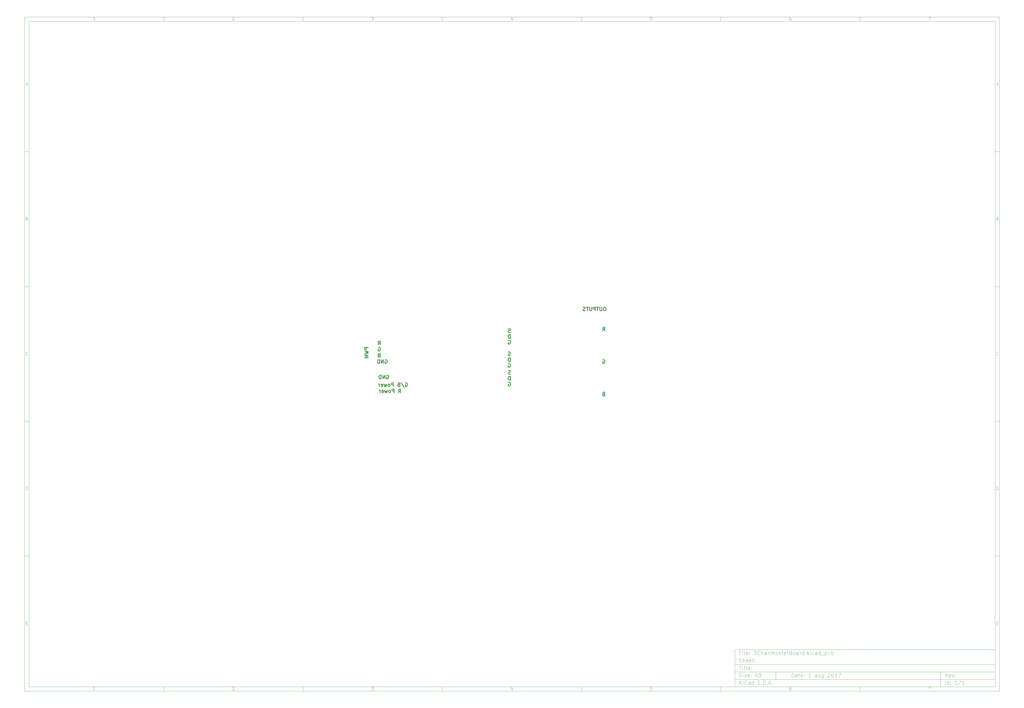
<source format=gbo>
G04 (created by PCBNEW (2013-jul-07)-stable) date Tue 01 Aug 2017 10:55:42 AM PDT*
%MOIN*%
G04 Gerber Fmt 3.4, Leading zero omitted, Abs format*
%FSLAX34Y34*%
G01*
G70*
G90*
G04 APERTURE LIST*
%ADD10C,0.00393701*%
%ADD11C,0.011811*%
G04 APERTURE END LIST*
G54D10*
X4000Y-4000D02*
X161350Y-4000D01*
X161350Y-112930D01*
X4000Y-112930D01*
X4000Y-4000D01*
X4700Y-4700D02*
X160650Y-4700D01*
X160650Y-112230D01*
X4700Y-112230D01*
X4700Y-4700D01*
X26470Y-4000D02*
X26470Y-4700D01*
X15382Y-4552D02*
X15097Y-4552D01*
X15240Y-4552D02*
X15240Y-4052D01*
X15192Y-4123D01*
X15144Y-4171D01*
X15097Y-4195D01*
X26470Y-112930D02*
X26470Y-112230D01*
X15382Y-112782D02*
X15097Y-112782D01*
X15240Y-112782D02*
X15240Y-112282D01*
X15192Y-112353D01*
X15144Y-112401D01*
X15097Y-112425D01*
X48940Y-4000D02*
X48940Y-4700D01*
X37567Y-4100D02*
X37590Y-4076D01*
X37638Y-4052D01*
X37757Y-4052D01*
X37805Y-4076D01*
X37829Y-4100D01*
X37852Y-4147D01*
X37852Y-4195D01*
X37829Y-4266D01*
X37543Y-4552D01*
X37852Y-4552D01*
X48940Y-112930D02*
X48940Y-112230D01*
X37567Y-112330D02*
X37590Y-112306D01*
X37638Y-112282D01*
X37757Y-112282D01*
X37805Y-112306D01*
X37829Y-112330D01*
X37852Y-112377D01*
X37852Y-112425D01*
X37829Y-112496D01*
X37543Y-112782D01*
X37852Y-112782D01*
X71410Y-4000D02*
X71410Y-4700D01*
X60013Y-4052D02*
X60322Y-4052D01*
X60156Y-4242D01*
X60227Y-4242D01*
X60275Y-4266D01*
X60299Y-4290D01*
X60322Y-4338D01*
X60322Y-4457D01*
X60299Y-4504D01*
X60275Y-4528D01*
X60227Y-4552D01*
X60084Y-4552D01*
X60037Y-4528D01*
X60013Y-4504D01*
X71410Y-112930D02*
X71410Y-112230D01*
X60013Y-112282D02*
X60322Y-112282D01*
X60156Y-112472D01*
X60227Y-112472D01*
X60275Y-112496D01*
X60299Y-112520D01*
X60322Y-112568D01*
X60322Y-112687D01*
X60299Y-112734D01*
X60275Y-112758D01*
X60227Y-112782D01*
X60084Y-112782D01*
X60037Y-112758D01*
X60013Y-112734D01*
X93880Y-4000D02*
X93880Y-4700D01*
X82745Y-4219D02*
X82745Y-4552D01*
X82626Y-4028D02*
X82507Y-4385D01*
X82816Y-4385D01*
X93880Y-112930D02*
X93880Y-112230D01*
X82745Y-112449D02*
X82745Y-112782D01*
X82626Y-112258D02*
X82507Y-112615D01*
X82816Y-112615D01*
X116350Y-4000D02*
X116350Y-4700D01*
X105239Y-4052D02*
X105000Y-4052D01*
X104977Y-4290D01*
X105000Y-4266D01*
X105048Y-4242D01*
X105167Y-4242D01*
X105215Y-4266D01*
X105239Y-4290D01*
X105262Y-4338D01*
X105262Y-4457D01*
X105239Y-4504D01*
X105215Y-4528D01*
X105167Y-4552D01*
X105048Y-4552D01*
X105000Y-4528D01*
X104977Y-4504D01*
X116350Y-112930D02*
X116350Y-112230D01*
X105239Y-112282D02*
X105000Y-112282D01*
X104977Y-112520D01*
X105000Y-112496D01*
X105048Y-112472D01*
X105167Y-112472D01*
X105215Y-112496D01*
X105239Y-112520D01*
X105262Y-112568D01*
X105262Y-112687D01*
X105239Y-112734D01*
X105215Y-112758D01*
X105167Y-112782D01*
X105048Y-112782D01*
X105000Y-112758D01*
X104977Y-112734D01*
X138820Y-4000D02*
X138820Y-4700D01*
X127685Y-4052D02*
X127590Y-4052D01*
X127542Y-4076D01*
X127518Y-4100D01*
X127470Y-4171D01*
X127447Y-4266D01*
X127447Y-4457D01*
X127470Y-4504D01*
X127494Y-4528D01*
X127542Y-4552D01*
X127637Y-4552D01*
X127685Y-4528D01*
X127709Y-4504D01*
X127732Y-4457D01*
X127732Y-4338D01*
X127709Y-4290D01*
X127685Y-4266D01*
X127637Y-4242D01*
X127542Y-4242D01*
X127494Y-4266D01*
X127470Y-4290D01*
X127447Y-4338D01*
X138820Y-112930D02*
X138820Y-112230D01*
X127685Y-112282D02*
X127590Y-112282D01*
X127542Y-112306D01*
X127518Y-112330D01*
X127470Y-112401D01*
X127447Y-112496D01*
X127447Y-112687D01*
X127470Y-112734D01*
X127494Y-112758D01*
X127542Y-112782D01*
X127637Y-112782D01*
X127685Y-112758D01*
X127709Y-112734D01*
X127732Y-112687D01*
X127732Y-112568D01*
X127709Y-112520D01*
X127685Y-112496D01*
X127637Y-112472D01*
X127542Y-112472D01*
X127494Y-112496D01*
X127470Y-112520D01*
X127447Y-112568D01*
X149893Y-4052D02*
X150226Y-4052D01*
X150012Y-4552D01*
X149893Y-112282D02*
X150226Y-112282D01*
X150012Y-112782D01*
X4000Y-25780D02*
X4700Y-25780D01*
X4230Y-14949D02*
X4469Y-14949D01*
X4183Y-15092D02*
X4350Y-14592D01*
X4516Y-15092D01*
X161350Y-25780D02*
X160650Y-25780D01*
X160880Y-14949D02*
X161119Y-14949D01*
X160833Y-15092D02*
X161000Y-14592D01*
X161166Y-15092D01*
X4000Y-47560D02*
X4700Y-47560D01*
X4385Y-36610D02*
X4457Y-36634D01*
X4480Y-36658D01*
X4504Y-36705D01*
X4504Y-36777D01*
X4480Y-36824D01*
X4457Y-36848D01*
X4409Y-36872D01*
X4219Y-36872D01*
X4219Y-36372D01*
X4385Y-36372D01*
X4433Y-36396D01*
X4457Y-36420D01*
X4480Y-36467D01*
X4480Y-36515D01*
X4457Y-36562D01*
X4433Y-36586D01*
X4385Y-36610D01*
X4219Y-36610D01*
X161350Y-47560D02*
X160650Y-47560D01*
X161035Y-36610D02*
X161107Y-36634D01*
X161130Y-36658D01*
X161154Y-36705D01*
X161154Y-36777D01*
X161130Y-36824D01*
X161107Y-36848D01*
X161059Y-36872D01*
X160869Y-36872D01*
X160869Y-36372D01*
X161035Y-36372D01*
X161083Y-36396D01*
X161107Y-36420D01*
X161130Y-36467D01*
X161130Y-36515D01*
X161107Y-36562D01*
X161083Y-36586D01*
X161035Y-36610D01*
X160869Y-36610D01*
X4000Y-69340D02*
X4700Y-69340D01*
X4504Y-58604D02*
X4480Y-58628D01*
X4409Y-58652D01*
X4361Y-58652D01*
X4290Y-58628D01*
X4242Y-58580D01*
X4219Y-58533D01*
X4195Y-58438D01*
X4195Y-58366D01*
X4219Y-58271D01*
X4242Y-58223D01*
X4290Y-58176D01*
X4361Y-58152D01*
X4409Y-58152D01*
X4480Y-58176D01*
X4504Y-58200D01*
X161350Y-69340D02*
X160650Y-69340D01*
X161154Y-58604D02*
X161130Y-58628D01*
X161059Y-58652D01*
X161011Y-58652D01*
X160940Y-58628D01*
X160892Y-58580D01*
X160869Y-58533D01*
X160845Y-58438D01*
X160845Y-58366D01*
X160869Y-58271D01*
X160892Y-58223D01*
X160940Y-58176D01*
X161011Y-58152D01*
X161059Y-58152D01*
X161130Y-58176D01*
X161154Y-58200D01*
X4000Y-91120D02*
X4700Y-91120D01*
X4219Y-80432D02*
X4219Y-79932D01*
X4338Y-79932D01*
X4409Y-79956D01*
X4457Y-80003D01*
X4480Y-80051D01*
X4504Y-80146D01*
X4504Y-80218D01*
X4480Y-80313D01*
X4457Y-80360D01*
X4409Y-80408D01*
X4338Y-80432D01*
X4219Y-80432D01*
X161350Y-91120D02*
X160650Y-91120D01*
X160869Y-80432D02*
X160869Y-79932D01*
X160988Y-79932D01*
X161059Y-79956D01*
X161107Y-80003D01*
X161130Y-80051D01*
X161154Y-80146D01*
X161154Y-80218D01*
X161130Y-80313D01*
X161107Y-80360D01*
X161059Y-80408D01*
X160988Y-80432D01*
X160869Y-80432D01*
X4242Y-101950D02*
X4409Y-101950D01*
X4480Y-102212D02*
X4242Y-102212D01*
X4242Y-101712D01*
X4480Y-101712D01*
X160892Y-101950D02*
X161059Y-101950D01*
X161130Y-102212D02*
X160892Y-102212D01*
X160892Y-101712D01*
X161130Y-101712D01*
X127800Y-110672D02*
X127875Y-110072D01*
X128017Y-110072D01*
X128100Y-110101D01*
X128150Y-110158D01*
X128171Y-110215D01*
X128185Y-110330D01*
X128175Y-110415D01*
X128132Y-110530D01*
X128096Y-110587D01*
X128032Y-110644D01*
X127942Y-110672D01*
X127800Y-110672D01*
X128657Y-110672D02*
X128696Y-110358D01*
X128675Y-110301D01*
X128621Y-110272D01*
X128507Y-110272D01*
X128446Y-110301D01*
X128660Y-110644D02*
X128600Y-110672D01*
X128457Y-110672D01*
X128403Y-110644D01*
X128382Y-110587D01*
X128389Y-110530D01*
X128425Y-110472D01*
X128485Y-110444D01*
X128628Y-110444D01*
X128689Y-110415D01*
X128907Y-110272D02*
X129135Y-110272D01*
X129017Y-110072D02*
X128953Y-110587D01*
X128975Y-110644D01*
X129028Y-110672D01*
X129085Y-110672D01*
X129517Y-110644D02*
X129457Y-110672D01*
X129342Y-110672D01*
X129289Y-110644D01*
X129267Y-110587D01*
X129296Y-110358D01*
X129332Y-110301D01*
X129392Y-110272D01*
X129507Y-110272D01*
X129560Y-110301D01*
X129582Y-110358D01*
X129575Y-110415D01*
X129282Y-110472D01*
X129807Y-110615D02*
X129832Y-110644D01*
X129800Y-110672D01*
X129775Y-110644D01*
X129807Y-110615D01*
X129800Y-110672D01*
X129846Y-110301D02*
X129871Y-110330D01*
X129839Y-110358D01*
X129814Y-110330D01*
X129846Y-110301D01*
X129839Y-110358D01*
X130857Y-110672D02*
X130514Y-110672D01*
X130685Y-110672D02*
X130760Y-110072D01*
X130692Y-110158D01*
X130628Y-110215D01*
X130567Y-110244D01*
X131828Y-110672D02*
X131867Y-110358D01*
X131846Y-110301D01*
X131792Y-110272D01*
X131678Y-110272D01*
X131617Y-110301D01*
X131832Y-110644D02*
X131771Y-110672D01*
X131628Y-110672D01*
X131575Y-110644D01*
X131553Y-110587D01*
X131560Y-110530D01*
X131596Y-110472D01*
X131657Y-110444D01*
X131800Y-110444D01*
X131860Y-110415D01*
X132421Y-110272D02*
X132371Y-110672D01*
X132164Y-110272D02*
X132125Y-110587D01*
X132146Y-110644D01*
X132200Y-110672D01*
X132285Y-110672D01*
X132346Y-110644D01*
X132378Y-110615D01*
X132964Y-110272D02*
X132903Y-110758D01*
X132867Y-110815D01*
X132835Y-110844D01*
X132775Y-110872D01*
X132689Y-110872D01*
X132635Y-110844D01*
X132917Y-110644D02*
X132857Y-110672D01*
X132742Y-110672D01*
X132689Y-110644D01*
X132664Y-110615D01*
X132642Y-110558D01*
X132664Y-110387D01*
X132700Y-110330D01*
X132732Y-110301D01*
X132792Y-110272D01*
X132907Y-110272D01*
X132960Y-110301D01*
X133696Y-110130D02*
X133728Y-110101D01*
X133789Y-110072D01*
X133932Y-110072D01*
X133985Y-110101D01*
X134010Y-110130D01*
X134032Y-110187D01*
X134025Y-110244D01*
X133985Y-110330D01*
X133600Y-110672D01*
X133971Y-110672D01*
X134417Y-110072D02*
X134475Y-110072D01*
X134528Y-110101D01*
X134553Y-110130D01*
X134575Y-110187D01*
X134589Y-110301D01*
X134571Y-110444D01*
X134528Y-110558D01*
X134492Y-110615D01*
X134460Y-110644D01*
X134400Y-110672D01*
X134342Y-110672D01*
X134289Y-110644D01*
X134264Y-110615D01*
X134242Y-110558D01*
X134228Y-110444D01*
X134246Y-110301D01*
X134289Y-110187D01*
X134325Y-110130D01*
X134357Y-110101D01*
X134417Y-110072D01*
X135114Y-110672D02*
X134771Y-110672D01*
X134942Y-110672D02*
X135017Y-110072D01*
X134950Y-110158D01*
X134885Y-110215D01*
X134825Y-110244D01*
X135389Y-110072D02*
X135789Y-110072D01*
X135457Y-110672D01*
X119392Y-111872D02*
X119392Y-111272D01*
X119735Y-111872D02*
X119478Y-111530D01*
X119735Y-111272D02*
X119392Y-111615D01*
X119992Y-111872D02*
X119992Y-111472D01*
X119992Y-111272D02*
X119964Y-111301D01*
X119992Y-111330D01*
X120021Y-111301D01*
X119992Y-111272D01*
X119992Y-111330D01*
X120621Y-111815D02*
X120592Y-111844D01*
X120507Y-111872D01*
X120450Y-111872D01*
X120364Y-111844D01*
X120307Y-111787D01*
X120278Y-111730D01*
X120250Y-111615D01*
X120250Y-111530D01*
X120278Y-111415D01*
X120307Y-111358D01*
X120364Y-111301D01*
X120450Y-111272D01*
X120507Y-111272D01*
X120592Y-111301D01*
X120621Y-111330D01*
X121135Y-111872D02*
X121135Y-111558D01*
X121107Y-111501D01*
X121050Y-111472D01*
X120935Y-111472D01*
X120878Y-111501D01*
X121135Y-111844D02*
X121078Y-111872D01*
X120935Y-111872D01*
X120878Y-111844D01*
X120850Y-111787D01*
X120850Y-111730D01*
X120878Y-111672D01*
X120935Y-111644D01*
X121078Y-111644D01*
X121135Y-111615D01*
X121678Y-111872D02*
X121678Y-111272D01*
X121678Y-111844D02*
X121621Y-111872D01*
X121507Y-111872D01*
X121450Y-111844D01*
X121421Y-111815D01*
X121392Y-111758D01*
X121392Y-111587D01*
X121421Y-111530D01*
X121450Y-111501D01*
X121507Y-111472D01*
X121621Y-111472D01*
X121678Y-111501D01*
X122421Y-111558D02*
X122621Y-111558D01*
X122707Y-111872D02*
X122421Y-111872D01*
X122421Y-111272D01*
X122707Y-111272D01*
X122964Y-111815D02*
X122992Y-111844D01*
X122964Y-111872D01*
X122935Y-111844D01*
X122964Y-111815D01*
X122964Y-111872D01*
X123249Y-111872D02*
X123249Y-111272D01*
X123392Y-111272D01*
X123478Y-111301D01*
X123535Y-111358D01*
X123564Y-111415D01*
X123592Y-111530D01*
X123592Y-111615D01*
X123564Y-111730D01*
X123535Y-111787D01*
X123478Y-111844D01*
X123392Y-111872D01*
X123249Y-111872D01*
X123849Y-111815D02*
X123878Y-111844D01*
X123849Y-111872D01*
X123821Y-111844D01*
X123849Y-111815D01*
X123849Y-111872D01*
X124107Y-111701D02*
X124392Y-111701D01*
X124049Y-111872D02*
X124249Y-111272D01*
X124449Y-111872D01*
X124649Y-111815D02*
X124678Y-111844D01*
X124649Y-111872D01*
X124621Y-111844D01*
X124649Y-111815D01*
X124649Y-111872D01*
X152942Y-110672D02*
X152778Y-110387D01*
X152600Y-110672D02*
X152675Y-110072D01*
X152903Y-110072D01*
X152957Y-110101D01*
X152982Y-110130D01*
X153003Y-110187D01*
X152992Y-110272D01*
X152957Y-110330D01*
X152925Y-110358D01*
X152864Y-110387D01*
X152635Y-110387D01*
X153432Y-110644D02*
X153371Y-110672D01*
X153257Y-110672D01*
X153203Y-110644D01*
X153182Y-110587D01*
X153210Y-110358D01*
X153246Y-110301D01*
X153307Y-110272D01*
X153421Y-110272D01*
X153475Y-110301D01*
X153496Y-110358D01*
X153489Y-110415D01*
X153196Y-110472D01*
X153707Y-110272D02*
X153800Y-110672D01*
X153992Y-110272D01*
X154178Y-110615D02*
X154203Y-110644D01*
X154171Y-110672D01*
X154146Y-110644D01*
X154178Y-110615D01*
X154171Y-110672D01*
X154217Y-110301D02*
X154242Y-110330D01*
X154210Y-110358D01*
X154185Y-110330D01*
X154217Y-110301D01*
X154210Y-110358D01*
X119364Y-110644D02*
X119450Y-110672D01*
X119592Y-110672D01*
X119650Y-110644D01*
X119678Y-110615D01*
X119707Y-110558D01*
X119707Y-110501D01*
X119678Y-110444D01*
X119650Y-110415D01*
X119592Y-110387D01*
X119478Y-110358D01*
X119421Y-110330D01*
X119392Y-110301D01*
X119364Y-110244D01*
X119364Y-110187D01*
X119392Y-110130D01*
X119421Y-110101D01*
X119478Y-110072D01*
X119621Y-110072D01*
X119707Y-110101D01*
X119964Y-110672D02*
X119964Y-110272D01*
X119964Y-110072D02*
X119935Y-110101D01*
X119964Y-110130D01*
X119992Y-110101D01*
X119964Y-110072D01*
X119964Y-110130D01*
X120192Y-110272D02*
X120507Y-110272D01*
X120192Y-110672D01*
X120507Y-110672D01*
X120964Y-110644D02*
X120907Y-110672D01*
X120792Y-110672D01*
X120735Y-110644D01*
X120707Y-110587D01*
X120707Y-110358D01*
X120735Y-110301D01*
X120792Y-110272D01*
X120907Y-110272D01*
X120964Y-110301D01*
X120992Y-110358D01*
X120992Y-110415D01*
X120707Y-110472D01*
X121250Y-110615D02*
X121278Y-110644D01*
X121250Y-110672D01*
X121221Y-110644D01*
X121250Y-110615D01*
X121250Y-110672D01*
X121250Y-110301D02*
X121278Y-110330D01*
X121250Y-110358D01*
X121221Y-110330D01*
X121250Y-110301D01*
X121250Y-110358D01*
X121964Y-110501D02*
X122250Y-110501D01*
X121907Y-110672D02*
X122107Y-110072D01*
X122307Y-110672D01*
X122450Y-110072D02*
X122821Y-110072D01*
X122621Y-110301D01*
X122707Y-110301D01*
X122764Y-110330D01*
X122792Y-110358D01*
X122821Y-110415D01*
X122821Y-110558D01*
X122792Y-110615D01*
X122764Y-110644D01*
X122707Y-110672D01*
X122535Y-110672D01*
X122478Y-110644D01*
X122450Y-110615D01*
X152592Y-111872D02*
X152592Y-111272D01*
X153135Y-111872D02*
X153135Y-111272D01*
X153135Y-111844D02*
X153078Y-111872D01*
X152964Y-111872D01*
X152907Y-111844D01*
X152878Y-111815D01*
X152850Y-111758D01*
X152850Y-111587D01*
X152878Y-111530D01*
X152907Y-111501D01*
X152964Y-111472D01*
X153078Y-111472D01*
X153135Y-111501D01*
X153421Y-111815D02*
X153450Y-111844D01*
X153421Y-111872D01*
X153392Y-111844D01*
X153421Y-111815D01*
X153421Y-111872D01*
X153421Y-111501D02*
X153450Y-111530D01*
X153421Y-111558D01*
X153392Y-111530D01*
X153421Y-111501D01*
X153421Y-111558D01*
X154478Y-111872D02*
X154135Y-111872D01*
X154307Y-111872D02*
X154307Y-111272D01*
X154249Y-111358D01*
X154192Y-111415D01*
X154135Y-111444D01*
X155164Y-111244D02*
X154650Y-112015D01*
X155678Y-111872D02*
X155335Y-111872D01*
X155507Y-111872D02*
X155507Y-111272D01*
X155449Y-111358D01*
X155392Y-111415D01*
X155335Y-111444D01*
X119389Y-108872D02*
X119732Y-108872D01*
X119485Y-109472D02*
X119560Y-108872D01*
X119857Y-109472D02*
X119907Y-109072D01*
X119932Y-108872D02*
X119900Y-108901D01*
X119925Y-108930D01*
X119957Y-108901D01*
X119932Y-108872D01*
X119925Y-108930D01*
X120107Y-109072D02*
X120335Y-109072D01*
X120217Y-108872D02*
X120153Y-109387D01*
X120175Y-109444D01*
X120228Y-109472D01*
X120285Y-109472D01*
X120571Y-109472D02*
X120517Y-109444D01*
X120496Y-109387D01*
X120560Y-108872D01*
X121032Y-109444D02*
X120971Y-109472D01*
X120857Y-109472D01*
X120803Y-109444D01*
X120782Y-109387D01*
X120810Y-109158D01*
X120846Y-109101D01*
X120907Y-109072D01*
X121021Y-109072D01*
X121075Y-109101D01*
X121096Y-109158D01*
X121089Y-109215D01*
X120796Y-109272D01*
X121321Y-109415D02*
X121346Y-109444D01*
X121314Y-109472D01*
X121289Y-109444D01*
X121321Y-109415D01*
X121314Y-109472D01*
X121360Y-109101D02*
X121385Y-109130D01*
X121353Y-109158D01*
X121328Y-109130D01*
X121360Y-109101D01*
X121353Y-109158D01*
X119592Y-106758D02*
X119392Y-106758D01*
X119392Y-107072D02*
X119392Y-106472D01*
X119678Y-106472D01*
X119907Y-107072D02*
X119907Y-106672D01*
X119907Y-106472D02*
X119878Y-106501D01*
X119907Y-106530D01*
X119935Y-106501D01*
X119907Y-106472D01*
X119907Y-106530D01*
X120278Y-107072D02*
X120221Y-107044D01*
X120192Y-106987D01*
X120192Y-106472D01*
X120735Y-107044D02*
X120678Y-107072D01*
X120564Y-107072D01*
X120507Y-107044D01*
X120478Y-106987D01*
X120478Y-106758D01*
X120507Y-106701D01*
X120564Y-106672D01*
X120678Y-106672D01*
X120735Y-106701D01*
X120764Y-106758D01*
X120764Y-106815D01*
X120478Y-106872D01*
X121021Y-107015D02*
X121050Y-107044D01*
X121021Y-107072D01*
X120992Y-107044D01*
X121021Y-107015D01*
X121021Y-107072D01*
X121021Y-106701D02*
X121050Y-106730D01*
X121021Y-106758D01*
X120992Y-106730D01*
X121021Y-106701D01*
X121021Y-106758D01*
X121707Y-106472D02*
X122078Y-106472D01*
X121878Y-106701D01*
X121964Y-106701D01*
X122021Y-106730D01*
X122050Y-106758D01*
X122078Y-106815D01*
X122078Y-106958D01*
X122050Y-107015D01*
X122021Y-107044D01*
X121964Y-107072D01*
X121792Y-107072D01*
X121735Y-107044D01*
X121707Y-107015D01*
X122678Y-107015D02*
X122650Y-107044D01*
X122564Y-107072D01*
X122507Y-107072D01*
X122421Y-107044D01*
X122364Y-106987D01*
X122335Y-106930D01*
X122307Y-106815D01*
X122307Y-106730D01*
X122335Y-106615D01*
X122364Y-106558D01*
X122421Y-106501D01*
X122507Y-106472D01*
X122564Y-106472D01*
X122650Y-106501D01*
X122678Y-106530D01*
X122935Y-107072D02*
X122935Y-106472D01*
X123192Y-107072D02*
X123192Y-106758D01*
X123164Y-106701D01*
X123107Y-106672D01*
X123021Y-106672D01*
X122964Y-106701D01*
X122935Y-106730D01*
X123735Y-107072D02*
X123735Y-106758D01*
X123707Y-106701D01*
X123650Y-106672D01*
X123535Y-106672D01*
X123478Y-106701D01*
X123735Y-107044D02*
X123678Y-107072D01*
X123535Y-107072D01*
X123478Y-107044D01*
X123450Y-106987D01*
X123450Y-106930D01*
X123478Y-106872D01*
X123535Y-106844D01*
X123678Y-106844D01*
X123735Y-106815D01*
X124021Y-106672D02*
X124021Y-107072D01*
X124021Y-106730D02*
X124050Y-106701D01*
X124107Y-106672D01*
X124192Y-106672D01*
X124250Y-106701D01*
X124278Y-106758D01*
X124278Y-107072D01*
X124564Y-107072D02*
X124564Y-106472D01*
X124764Y-106901D01*
X124964Y-106472D01*
X124964Y-107072D01*
X125335Y-107072D02*
X125278Y-107044D01*
X125250Y-107015D01*
X125221Y-106958D01*
X125221Y-106787D01*
X125250Y-106730D01*
X125278Y-106701D01*
X125335Y-106672D01*
X125421Y-106672D01*
X125478Y-106701D01*
X125507Y-106730D01*
X125535Y-106787D01*
X125535Y-106958D01*
X125507Y-107015D01*
X125478Y-107044D01*
X125421Y-107072D01*
X125335Y-107072D01*
X125764Y-107044D02*
X125821Y-107072D01*
X125935Y-107072D01*
X125992Y-107044D01*
X126021Y-106987D01*
X126021Y-106958D01*
X125992Y-106901D01*
X125935Y-106872D01*
X125850Y-106872D01*
X125792Y-106844D01*
X125764Y-106787D01*
X125764Y-106758D01*
X125792Y-106701D01*
X125850Y-106672D01*
X125935Y-106672D01*
X125992Y-106701D01*
X126192Y-106672D02*
X126421Y-106672D01*
X126278Y-107072D02*
X126278Y-106558D01*
X126307Y-106501D01*
X126364Y-106472D01*
X126421Y-106472D01*
X126850Y-107044D02*
X126792Y-107072D01*
X126678Y-107072D01*
X126621Y-107044D01*
X126592Y-106987D01*
X126592Y-106758D01*
X126621Y-106701D01*
X126678Y-106672D01*
X126792Y-106672D01*
X126850Y-106701D01*
X126878Y-106758D01*
X126878Y-106815D01*
X126592Y-106872D01*
X127050Y-106672D02*
X127278Y-106672D01*
X127135Y-106472D02*
X127135Y-106987D01*
X127164Y-107044D01*
X127221Y-107072D01*
X127278Y-107072D01*
X127678Y-106758D02*
X127764Y-106787D01*
X127792Y-106815D01*
X127821Y-106872D01*
X127821Y-106958D01*
X127792Y-107015D01*
X127764Y-107044D01*
X127707Y-107072D01*
X127478Y-107072D01*
X127478Y-106472D01*
X127678Y-106472D01*
X127735Y-106501D01*
X127764Y-106530D01*
X127792Y-106587D01*
X127792Y-106644D01*
X127764Y-106701D01*
X127735Y-106730D01*
X127678Y-106758D01*
X127478Y-106758D01*
X128164Y-107072D02*
X128107Y-107044D01*
X128078Y-107015D01*
X128050Y-106958D01*
X128050Y-106787D01*
X128078Y-106730D01*
X128107Y-106701D01*
X128164Y-106672D01*
X128250Y-106672D01*
X128307Y-106701D01*
X128335Y-106730D01*
X128364Y-106787D01*
X128364Y-106958D01*
X128335Y-107015D01*
X128307Y-107044D01*
X128250Y-107072D01*
X128164Y-107072D01*
X128878Y-107072D02*
X128878Y-106758D01*
X128850Y-106701D01*
X128792Y-106672D01*
X128678Y-106672D01*
X128621Y-106701D01*
X128878Y-107044D02*
X128821Y-107072D01*
X128678Y-107072D01*
X128621Y-107044D01*
X128592Y-106987D01*
X128592Y-106930D01*
X128621Y-106872D01*
X128678Y-106844D01*
X128821Y-106844D01*
X128878Y-106815D01*
X129164Y-107072D02*
X129164Y-106672D01*
X129164Y-106787D02*
X129192Y-106730D01*
X129221Y-106701D01*
X129278Y-106672D01*
X129335Y-106672D01*
X129792Y-107072D02*
X129792Y-106472D01*
X129792Y-107044D02*
X129735Y-107072D01*
X129621Y-107072D01*
X129564Y-107044D01*
X129535Y-107015D01*
X129507Y-106958D01*
X129507Y-106787D01*
X129535Y-106730D01*
X129564Y-106701D01*
X129621Y-106672D01*
X129735Y-106672D01*
X129792Y-106701D01*
X130078Y-107015D02*
X130107Y-107044D01*
X130078Y-107072D01*
X130050Y-107044D01*
X130078Y-107015D01*
X130078Y-107072D01*
X130364Y-107072D02*
X130364Y-106472D01*
X130421Y-106844D02*
X130592Y-107072D01*
X130592Y-106672D02*
X130364Y-106901D01*
X130849Y-107072D02*
X130849Y-106672D01*
X130849Y-106472D02*
X130821Y-106501D01*
X130849Y-106530D01*
X130878Y-106501D01*
X130849Y-106472D01*
X130849Y-106530D01*
X131392Y-107044D02*
X131335Y-107072D01*
X131221Y-107072D01*
X131164Y-107044D01*
X131135Y-107015D01*
X131107Y-106958D01*
X131107Y-106787D01*
X131135Y-106730D01*
X131164Y-106701D01*
X131221Y-106672D01*
X131335Y-106672D01*
X131392Y-106701D01*
X131907Y-107072D02*
X131907Y-106758D01*
X131878Y-106701D01*
X131821Y-106672D01*
X131707Y-106672D01*
X131649Y-106701D01*
X131907Y-107044D02*
X131849Y-107072D01*
X131707Y-107072D01*
X131649Y-107044D01*
X131621Y-106987D01*
X131621Y-106930D01*
X131649Y-106872D01*
X131707Y-106844D01*
X131849Y-106844D01*
X131907Y-106815D01*
X132449Y-107072D02*
X132449Y-106472D01*
X132449Y-107044D02*
X132392Y-107072D01*
X132278Y-107072D01*
X132221Y-107044D01*
X132192Y-107015D01*
X132164Y-106958D01*
X132164Y-106787D01*
X132192Y-106730D01*
X132221Y-106701D01*
X132278Y-106672D01*
X132392Y-106672D01*
X132449Y-106701D01*
X132592Y-107130D02*
X133049Y-107130D01*
X133192Y-106672D02*
X133192Y-107272D01*
X133192Y-106701D02*
X133249Y-106672D01*
X133364Y-106672D01*
X133421Y-106701D01*
X133449Y-106730D01*
X133478Y-106787D01*
X133478Y-106958D01*
X133449Y-107015D01*
X133421Y-107044D01*
X133364Y-107072D01*
X133249Y-107072D01*
X133192Y-107044D01*
X133992Y-107044D02*
X133935Y-107072D01*
X133821Y-107072D01*
X133764Y-107044D01*
X133735Y-107015D01*
X133707Y-106958D01*
X133707Y-106787D01*
X133735Y-106730D01*
X133764Y-106701D01*
X133821Y-106672D01*
X133935Y-106672D01*
X133992Y-106701D01*
X134249Y-107072D02*
X134249Y-106472D01*
X134249Y-106701D02*
X134307Y-106672D01*
X134421Y-106672D01*
X134478Y-106701D01*
X134507Y-106730D01*
X134535Y-106787D01*
X134535Y-106958D01*
X134507Y-107015D01*
X134478Y-107044D01*
X134421Y-107072D01*
X134307Y-107072D01*
X134249Y-107044D01*
X119364Y-108244D02*
X119450Y-108272D01*
X119592Y-108272D01*
X119650Y-108244D01*
X119678Y-108215D01*
X119707Y-108158D01*
X119707Y-108101D01*
X119678Y-108044D01*
X119650Y-108015D01*
X119592Y-107987D01*
X119478Y-107958D01*
X119421Y-107930D01*
X119392Y-107901D01*
X119364Y-107844D01*
X119364Y-107787D01*
X119392Y-107730D01*
X119421Y-107701D01*
X119478Y-107672D01*
X119621Y-107672D01*
X119707Y-107701D01*
X119964Y-108272D02*
X119964Y-107672D01*
X120221Y-108272D02*
X120221Y-107958D01*
X120192Y-107901D01*
X120135Y-107872D01*
X120050Y-107872D01*
X119992Y-107901D01*
X119964Y-107930D01*
X120735Y-108244D02*
X120678Y-108272D01*
X120564Y-108272D01*
X120507Y-108244D01*
X120478Y-108187D01*
X120478Y-107958D01*
X120507Y-107901D01*
X120564Y-107872D01*
X120678Y-107872D01*
X120735Y-107901D01*
X120764Y-107958D01*
X120764Y-108015D01*
X120478Y-108072D01*
X121250Y-108244D02*
X121192Y-108272D01*
X121078Y-108272D01*
X121021Y-108244D01*
X120992Y-108187D01*
X120992Y-107958D01*
X121021Y-107901D01*
X121078Y-107872D01*
X121192Y-107872D01*
X121250Y-107901D01*
X121278Y-107958D01*
X121278Y-108015D01*
X120992Y-108072D01*
X121450Y-107872D02*
X121678Y-107872D01*
X121535Y-107672D02*
X121535Y-108187D01*
X121564Y-108244D01*
X121621Y-108272D01*
X121678Y-108272D01*
X121878Y-108215D02*
X121907Y-108244D01*
X121878Y-108272D01*
X121850Y-108244D01*
X121878Y-108215D01*
X121878Y-108272D01*
X121878Y-107901D02*
X121907Y-107930D01*
X121878Y-107958D01*
X121850Y-107930D01*
X121878Y-107901D01*
X121878Y-107958D01*
X118650Y-106230D02*
X118650Y-112230D01*
X118650Y-106230D02*
X160650Y-106230D01*
X118650Y-106230D02*
X160650Y-106230D01*
X118650Y-108630D02*
X160650Y-108630D01*
X151850Y-109830D02*
X151850Y-112230D01*
X118650Y-111030D02*
X160650Y-111030D01*
X118650Y-109830D02*
X160650Y-109830D01*
X125250Y-109830D02*
X125250Y-111030D01*
G54D11*
X82418Y-54960D02*
X82334Y-54989D01*
X82193Y-54989D01*
X82137Y-54960D01*
X82109Y-54932D01*
X82081Y-54876D01*
X82081Y-54820D01*
X82109Y-54764D01*
X82137Y-54735D01*
X82193Y-54707D01*
X82306Y-54679D01*
X82362Y-54651D01*
X82390Y-54623D01*
X82418Y-54567D01*
X82418Y-54510D01*
X82390Y-54454D01*
X82362Y-54426D01*
X82306Y-54398D01*
X82165Y-54398D01*
X82081Y-54426D01*
X82404Y-55933D02*
X82404Y-55343D01*
X82264Y-55343D01*
X82179Y-55371D01*
X82123Y-55427D01*
X82095Y-55483D01*
X82067Y-55596D01*
X82067Y-55680D01*
X82095Y-55793D01*
X82123Y-55849D01*
X82179Y-55905D01*
X82264Y-55933D01*
X82404Y-55933D01*
X82095Y-56316D02*
X82151Y-56288D01*
X82235Y-56288D01*
X82320Y-56316D01*
X82376Y-56372D01*
X82404Y-56428D01*
X82432Y-56541D01*
X82432Y-56625D01*
X82404Y-56738D01*
X82376Y-56794D01*
X82320Y-56850D01*
X82235Y-56878D01*
X82179Y-56878D01*
X82095Y-56850D01*
X82067Y-56822D01*
X82067Y-56625D01*
X82179Y-56625D01*
X82418Y-58710D02*
X82334Y-58739D01*
X82193Y-58739D01*
X82137Y-58710D01*
X82109Y-58682D01*
X82081Y-58626D01*
X82081Y-58570D01*
X82109Y-58514D01*
X82137Y-58485D01*
X82193Y-58457D01*
X82306Y-58429D01*
X82362Y-58401D01*
X82390Y-58373D01*
X82418Y-58317D01*
X82418Y-58260D01*
X82390Y-58204D01*
X82362Y-58176D01*
X82306Y-58148D01*
X82165Y-58148D01*
X82081Y-58176D01*
X82404Y-59683D02*
X82404Y-59093D01*
X82264Y-59093D01*
X82179Y-59121D01*
X82123Y-59177D01*
X82095Y-59233D01*
X82067Y-59346D01*
X82067Y-59430D01*
X82095Y-59543D01*
X82123Y-59599D01*
X82179Y-59655D01*
X82264Y-59683D01*
X82404Y-59683D01*
X82095Y-60066D02*
X82151Y-60038D01*
X82235Y-60038D01*
X82320Y-60066D01*
X82376Y-60122D01*
X82404Y-60178D01*
X82432Y-60291D01*
X82432Y-60375D01*
X82404Y-60488D01*
X82376Y-60544D01*
X82320Y-60600D01*
X82235Y-60628D01*
X82179Y-60628D01*
X82095Y-60600D01*
X82067Y-60572D01*
X82067Y-60375D01*
X82179Y-60375D01*
X82418Y-61710D02*
X82334Y-61739D01*
X82193Y-61739D01*
X82137Y-61710D01*
X82109Y-61682D01*
X82081Y-61626D01*
X82081Y-61570D01*
X82109Y-61514D01*
X82137Y-61485D01*
X82193Y-61457D01*
X82306Y-61429D01*
X82362Y-61401D01*
X82390Y-61373D01*
X82418Y-61317D01*
X82418Y-61260D01*
X82390Y-61204D01*
X82362Y-61176D01*
X82306Y-61148D01*
X82165Y-61148D01*
X82081Y-61176D01*
X82404Y-62683D02*
X82404Y-62093D01*
X82264Y-62093D01*
X82179Y-62121D01*
X82123Y-62177D01*
X82095Y-62233D01*
X82067Y-62346D01*
X82067Y-62430D01*
X82095Y-62543D01*
X82123Y-62599D01*
X82179Y-62655D01*
X82264Y-62683D01*
X82404Y-62683D01*
X82095Y-63066D02*
X82151Y-63038D01*
X82235Y-63038D01*
X82320Y-63066D01*
X82376Y-63122D01*
X82404Y-63178D01*
X82432Y-63291D01*
X82432Y-63375D01*
X82404Y-63488D01*
X82376Y-63544D01*
X82320Y-63600D01*
X82235Y-63628D01*
X82179Y-63628D01*
X82095Y-63600D01*
X82067Y-63572D01*
X82067Y-63375D01*
X82179Y-63375D01*
X97457Y-64929D02*
X97373Y-64957D01*
X97345Y-64985D01*
X97317Y-65042D01*
X97317Y-65126D01*
X97345Y-65182D01*
X97373Y-65210D01*
X97429Y-65239D01*
X97654Y-65239D01*
X97654Y-64648D01*
X97457Y-64648D01*
X97401Y-64676D01*
X97373Y-64704D01*
X97345Y-64760D01*
X97345Y-64817D01*
X97373Y-64873D01*
X97401Y-64901D01*
X97457Y-64929D01*
X97654Y-64929D01*
X97345Y-59426D02*
X97401Y-59398D01*
X97485Y-59398D01*
X97570Y-59426D01*
X97626Y-59482D01*
X97654Y-59539D01*
X97682Y-59651D01*
X97682Y-59735D01*
X97654Y-59848D01*
X97626Y-59904D01*
X97570Y-59960D01*
X97485Y-59989D01*
X97429Y-59989D01*
X97345Y-59960D01*
X97317Y-59932D01*
X97317Y-59735D01*
X97429Y-59735D01*
X97317Y-54739D02*
X97514Y-54457D01*
X97654Y-54739D02*
X97654Y-54148D01*
X97429Y-54148D01*
X97373Y-54176D01*
X97345Y-54204D01*
X97317Y-54260D01*
X97317Y-54345D01*
X97345Y-54401D01*
X97373Y-54429D01*
X97429Y-54457D01*
X97654Y-54457D01*
X97701Y-50898D02*
X97588Y-50898D01*
X97532Y-50926D01*
X97476Y-50982D01*
X97448Y-51095D01*
X97448Y-51292D01*
X97476Y-51404D01*
X97532Y-51460D01*
X97588Y-51489D01*
X97701Y-51489D01*
X97757Y-51460D01*
X97813Y-51404D01*
X97841Y-51292D01*
X97841Y-51095D01*
X97813Y-50982D01*
X97757Y-50926D01*
X97701Y-50898D01*
X97195Y-50898D02*
X97195Y-51376D01*
X97167Y-51432D01*
X97138Y-51460D01*
X97082Y-51489D01*
X96970Y-51489D01*
X96913Y-51460D01*
X96885Y-51432D01*
X96857Y-51376D01*
X96857Y-50898D01*
X96660Y-50898D02*
X96323Y-50898D01*
X96492Y-51489D02*
X96492Y-50898D01*
X96126Y-51489D02*
X96126Y-50898D01*
X95901Y-50898D01*
X95845Y-50926D01*
X95817Y-50954D01*
X95789Y-51010D01*
X95789Y-51095D01*
X95817Y-51151D01*
X95845Y-51179D01*
X95901Y-51207D01*
X96126Y-51207D01*
X95535Y-50898D02*
X95535Y-51376D01*
X95507Y-51432D01*
X95479Y-51460D01*
X95423Y-51489D01*
X95311Y-51489D01*
X95254Y-51460D01*
X95226Y-51432D01*
X95198Y-51376D01*
X95198Y-50898D01*
X95001Y-50898D02*
X94664Y-50898D01*
X94832Y-51489D02*
X94832Y-50898D01*
X94495Y-51460D02*
X94411Y-51489D01*
X94270Y-51489D01*
X94214Y-51460D01*
X94186Y-51432D01*
X94158Y-51376D01*
X94158Y-51320D01*
X94186Y-51264D01*
X94214Y-51235D01*
X94270Y-51207D01*
X94383Y-51179D01*
X94439Y-51151D01*
X94467Y-51123D01*
X94495Y-51067D01*
X94495Y-51010D01*
X94467Y-50954D01*
X94439Y-50926D01*
X94383Y-50898D01*
X94242Y-50898D01*
X94158Y-50926D01*
X62199Y-59426D02*
X62256Y-59398D01*
X62340Y-59398D01*
X62424Y-59426D01*
X62481Y-59482D01*
X62509Y-59539D01*
X62537Y-59651D01*
X62537Y-59735D01*
X62509Y-59848D01*
X62481Y-59904D01*
X62424Y-59960D01*
X62340Y-59989D01*
X62284Y-59989D01*
X62199Y-59960D01*
X62171Y-59932D01*
X62171Y-59735D01*
X62284Y-59735D01*
X61918Y-59989D02*
X61918Y-59398D01*
X61581Y-59989D01*
X61581Y-59398D01*
X61300Y-59989D02*
X61300Y-59398D01*
X61159Y-59398D01*
X61075Y-59426D01*
X61018Y-59482D01*
X60990Y-59539D01*
X60962Y-59651D01*
X60962Y-59735D01*
X60990Y-59848D01*
X61018Y-59904D01*
X61075Y-59960D01*
X61159Y-59989D01*
X61300Y-59989D01*
X61207Y-58679D02*
X61123Y-58707D01*
X61095Y-58735D01*
X61067Y-58792D01*
X61067Y-58876D01*
X61095Y-58932D01*
X61123Y-58960D01*
X61179Y-58989D01*
X61404Y-58989D01*
X61404Y-58398D01*
X61207Y-58398D01*
X61151Y-58426D01*
X61123Y-58454D01*
X61095Y-58510D01*
X61095Y-58567D01*
X61123Y-58623D01*
X61151Y-58651D01*
X61207Y-58679D01*
X61404Y-58679D01*
X61095Y-57426D02*
X61151Y-57398D01*
X61235Y-57398D01*
X61320Y-57426D01*
X61376Y-57482D01*
X61404Y-57539D01*
X61432Y-57651D01*
X61432Y-57735D01*
X61404Y-57848D01*
X61376Y-57904D01*
X61320Y-57960D01*
X61235Y-57989D01*
X61179Y-57989D01*
X61095Y-57960D01*
X61067Y-57932D01*
X61067Y-57735D01*
X61179Y-57735D01*
X61067Y-56989D02*
X61264Y-56707D01*
X61404Y-56989D02*
X61404Y-56398D01*
X61179Y-56398D01*
X61123Y-56426D01*
X61095Y-56454D01*
X61067Y-56510D01*
X61067Y-56595D01*
X61095Y-56651D01*
X61123Y-56679D01*
X61179Y-56707D01*
X61404Y-56707D01*
X59489Y-57420D02*
X58898Y-57420D01*
X58898Y-57645D01*
X58926Y-57701D01*
X58954Y-57729D01*
X59010Y-57757D01*
X59095Y-57757D01*
X59151Y-57729D01*
X59179Y-57701D01*
X59207Y-57645D01*
X59207Y-57420D01*
X58898Y-57954D02*
X59489Y-58095D01*
X59067Y-58207D01*
X59489Y-58320D01*
X58898Y-58460D01*
X59489Y-58685D02*
X58898Y-58685D01*
X59320Y-58882D01*
X58898Y-59079D01*
X59489Y-59079D01*
X64349Y-64739D02*
X64546Y-64457D01*
X64687Y-64739D02*
X64687Y-64148D01*
X64462Y-64148D01*
X64406Y-64176D01*
X64377Y-64204D01*
X64349Y-64260D01*
X64349Y-64345D01*
X64377Y-64401D01*
X64406Y-64429D01*
X64462Y-64457D01*
X64687Y-64457D01*
X63646Y-64739D02*
X63646Y-64148D01*
X63421Y-64148D01*
X63365Y-64176D01*
X63337Y-64204D01*
X63309Y-64260D01*
X63309Y-64345D01*
X63337Y-64401D01*
X63365Y-64429D01*
X63421Y-64457D01*
X63646Y-64457D01*
X62971Y-64739D02*
X63028Y-64710D01*
X63056Y-64682D01*
X63084Y-64626D01*
X63084Y-64457D01*
X63056Y-64401D01*
X63028Y-64373D01*
X62971Y-64345D01*
X62887Y-64345D01*
X62831Y-64373D01*
X62803Y-64401D01*
X62775Y-64457D01*
X62775Y-64626D01*
X62803Y-64682D01*
X62831Y-64710D01*
X62887Y-64739D01*
X62971Y-64739D01*
X62578Y-64345D02*
X62465Y-64739D01*
X62353Y-64457D01*
X62240Y-64739D01*
X62128Y-64345D01*
X61678Y-64710D02*
X61734Y-64739D01*
X61847Y-64739D01*
X61903Y-64710D01*
X61931Y-64654D01*
X61931Y-64429D01*
X61903Y-64373D01*
X61847Y-64345D01*
X61734Y-64345D01*
X61678Y-64373D01*
X61650Y-64429D01*
X61650Y-64485D01*
X61931Y-64542D01*
X61397Y-64739D02*
X61397Y-64345D01*
X61397Y-64457D02*
X61368Y-64401D01*
X61340Y-64373D01*
X61284Y-64345D01*
X61228Y-64345D01*
X65482Y-63176D02*
X65538Y-63148D01*
X65623Y-63148D01*
X65707Y-63176D01*
X65763Y-63232D01*
X65791Y-63289D01*
X65820Y-63401D01*
X65820Y-63485D01*
X65791Y-63598D01*
X65763Y-63654D01*
X65707Y-63710D01*
X65623Y-63739D01*
X65566Y-63739D01*
X65482Y-63710D01*
X65454Y-63682D01*
X65454Y-63485D01*
X65566Y-63485D01*
X64779Y-63120D02*
X65285Y-63879D01*
X64385Y-63429D02*
X64301Y-63457D01*
X64273Y-63485D01*
X64245Y-63542D01*
X64245Y-63626D01*
X64273Y-63682D01*
X64301Y-63710D01*
X64357Y-63739D01*
X64582Y-63739D01*
X64582Y-63148D01*
X64385Y-63148D01*
X64329Y-63176D01*
X64301Y-63204D01*
X64273Y-63260D01*
X64273Y-63317D01*
X64301Y-63373D01*
X64329Y-63401D01*
X64385Y-63429D01*
X64582Y-63429D01*
X63542Y-63739D02*
X63542Y-63148D01*
X63317Y-63148D01*
X63260Y-63176D01*
X63232Y-63204D01*
X63204Y-63260D01*
X63204Y-63345D01*
X63232Y-63401D01*
X63260Y-63429D01*
X63317Y-63457D01*
X63542Y-63457D01*
X62867Y-63739D02*
X62923Y-63710D01*
X62951Y-63682D01*
X62979Y-63626D01*
X62979Y-63457D01*
X62951Y-63401D01*
X62923Y-63373D01*
X62867Y-63345D01*
X62782Y-63345D01*
X62726Y-63373D01*
X62698Y-63401D01*
X62670Y-63457D01*
X62670Y-63626D01*
X62698Y-63682D01*
X62726Y-63710D01*
X62782Y-63739D01*
X62867Y-63739D01*
X62473Y-63345D02*
X62361Y-63739D01*
X62248Y-63457D01*
X62136Y-63739D01*
X62023Y-63345D01*
X61573Y-63710D02*
X61629Y-63739D01*
X61742Y-63739D01*
X61798Y-63710D01*
X61826Y-63654D01*
X61826Y-63429D01*
X61798Y-63373D01*
X61742Y-63345D01*
X61629Y-63345D01*
X61573Y-63373D01*
X61545Y-63429D01*
X61545Y-63485D01*
X61826Y-63542D01*
X61292Y-63739D02*
X61292Y-63345D01*
X61292Y-63457D02*
X61264Y-63401D01*
X61236Y-63373D01*
X61179Y-63345D01*
X61123Y-63345D01*
X62449Y-61926D02*
X62506Y-61898D01*
X62590Y-61898D01*
X62674Y-61926D01*
X62731Y-61982D01*
X62759Y-62039D01*
X62787Y-62151D01*
X62787Y-62235D01*
X62759Y-62348D01*
X62731Y-62404D01*
X62674Y-62460D01*
X62590Y-62489D01*
X62534Y-62489D01*
X62449Y-62460D01*
X62421Y-62432D01*
X62421Y-62235D01*
X62534Y-62235D01*
X62168Y-62489D02*
X62168Y-61898D01*
X61831Y-62489D01*
X61831Y-61898D01*
X61550Y-62489D02*
X61550Y-61898D01*
X61409Y-61898D01*
X61325Y-61926D01*
X61268Y-61982D01*
X61240Y-62039D01*
X61212Y-62151D01*
X61212Y-62235D01*
X61240Y-62348D01*
X61268Y-62404D01*
X61325Y-62460D01*
X61409Y-62489D01*
X61550Y-62489D01*
M02*

</source>
